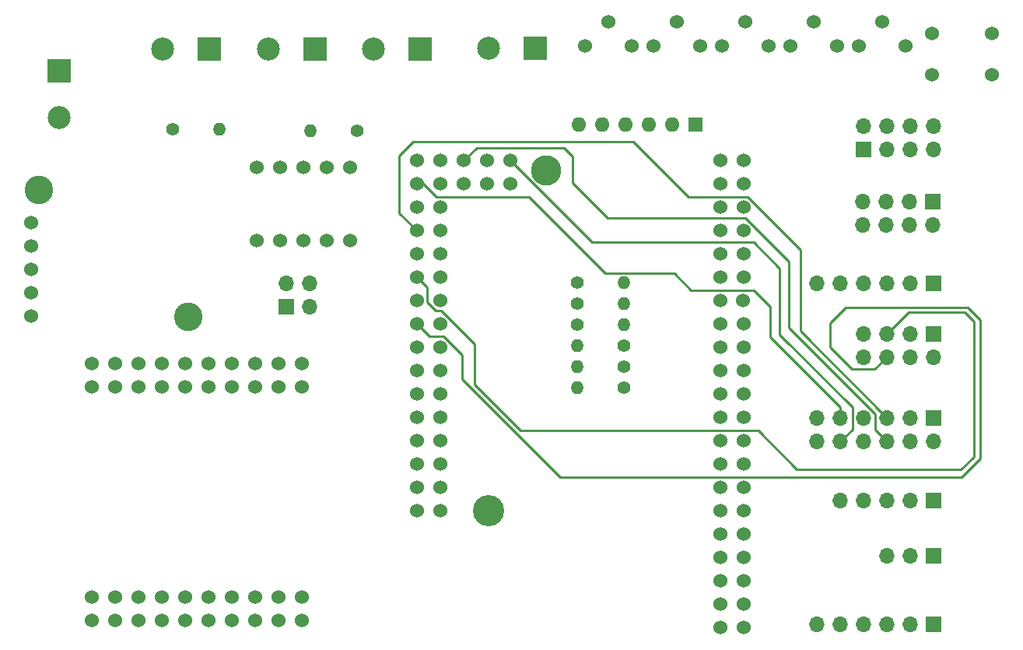
<source format=gbr>
%TF.GenerationSoftware,KiCad,Pcbnew,(6.0.0-0)*%
%TF.CreationDate,2022-02-22T22:18:13-05:00*%
%TF.ProjectId,LED_Controller_Without_Level_Shifter,4c45445f-436f-46e7-9472-6f6c6c65725f,1.0*%
%TF.SameCoordinates,Original*%
%TF.FileFunction,Copper,L3,Inr*%
%TF.FilePolarity,Positive*%
%FSLAX46Y46*%
G04 Gerber Fmt 4.6, Leading zero omitted, Abs format (unit mm)*
G04 Created by KiCad (PCBNEW (6.0.0-0)) date 2022-02-22 22:18:13*
%MOMM*%
%LPD*%
G01*
G04 APERTURE LIST*
%TA.AperFunction,ComponentPad*%
%ADD10C,1.524000*%
%TD*%
%TA.AperFunction,ComponentPad*%
%ADD11C,3.400000*%
%TD*%
%TA.AperFunction,ComponentPad*%
%ADD12C,3.300000*%
%TD*%
%TA.AperFunction,ComponentPad*%
%ADD13R,2.500000X2.500000*%
%TD*%
%TA.AperFunction,ComponentPad*%
%ADD14C,2.500000*%
%TD*%
%TA.AperFunction,ComponentPad*%
%ADD15R,1.700000X1.700000*%
%TD*%
%TA.AperFunction,ComponentPad*%
%ADD16O,1.700000X1.700000*%
%TD*%
%TA.AperFunction,ComponentPad*%
%ADD17C,1.400000*%
%TD*%
%TA.AperFunction,ComponentPad*%
%ADD18O,1.400000X1.400000*%
%TD*%
%TA.AperFunction,ComponentPad*%
%ADD19R,1.600000X1.600000*%
%TD*%
%TA.AperFunction,ComponentPad*%
%ADD20O,1.600000X1.600000*%
%TD*%
%TA.AperFunction,ComponentPad*%
%ADD21C,3.100000*%
%TD*%
%TA.AperFunction,Conductor*%
%ADD22C,0.250000*%
%TD*%
G04 APERTURE END LIST*
D10*
%TO.N,GND*%
%TO.C,RV5*%
X178452500Y-67935000D03*
%TO.N,TRIM4*%
X175912500Y-65325000D03*
%TO.N,+5V*%
X173372500Y-67935000D03*
%TD*%
%TO.N,unconnected-(U4-Pad75)*%
%TO.C,U4*%
X165770000Y-123550000D03*
%TO.N,unconnected-(U4-Pad74)*%
X168310000Y-123550000D03*
%TO.N,TX0*%
X165770000Y-118470000D03*
%TO.N,RX0*%
X168310000Y-118470000D03*
%TO.N,OE*%
X165770000Y-115930000D03*
%TO.N,DP_DATA_IN*%
X168310000Y-115930000D03*
%TO.N,DP_CLOCK*%
X165780000Y-113390000D03*
%TO.N,DP_LOAD*%
X168310000Y-113390000D03*
%TO.N,unconnected-(U4-Pad6)*%
X165770000Y-110850000D03*
%TO.N,unconnected-(U4-Pad7)*%
X168310000Y-110850000D03*
%TO.N,unconnected-(U4-Pad8)*%
X165770000Y-108310000D03*
%TO.N,unconnected-(U4-Pad9)*%
X168310000Y-108310000D03*
%TO.N,unconnected-(U4-Pad10)*%
X165770000Y-105770000D03*
%TO.N,unconnected-(U4-Pad11)*%
X168310000Y-105770000D03*
%TO.N,VU_STROBE*%
X165770000Y-103230000D03*
%TO.N,VU_RESET*%
X168310000Y-103230000D03*
%TO.N,unconnected-(U4-Pad14)*%
X165770000Y-100690000D03*
%TO.N,unconnected-(U4-Pad15)*%
X168310000Y-100690000D03*
%TO.N,LOGIC_2560_RX*%
X165770000Y-98150000D03*
%TO.N,LOGIC_2560_TX*%
X168310000Y-98150000D03*
%TO.N,TX1*%
X165780000Y-95610000D03*
%TO.N,RX1*%
X168230000Y-95610000D03*
%TO.N,SDA*%
X165780000Y-93070000D03*
%TO.N,SCL*%
X168310000Y-93070000D03*
%TO.N,unconnected-(U4-Pad22)*%
X165770000Y-90530000D03*
%TO.N,unconnected-(U4-Pad23)*%
X168310000Y-90530000D03*
%TO.N,unconnected-(U4-Pad24)*%
X165770000Y-87990000D03*
%TO.N,+5V*%
X168310000Y-131170000D03*
%TO.N,GND*%
X168310000Y-128630000D03*
D11*
%TO.N,N/C*%
X140530000Y-118470000D03*
D12*
X146820000Y-81440000D03*
D10*
%TO.N,unconnected-(U4-Pad25)*%
X168310000Y-87990000D03*
%TO.N,unconnected-(U4-Pad26)*%
X165770000Y-85450000D03*
%TO.N,unconnected-(U4-Pad27)*%
X168310000Y-85450000D03*
%TO.N,unconnected-(U4-Pad28)*%
X165770000Y-82910000D03*
%TO.N,unconnected-(U4-Pad29)*%
X168310000Y-82910000D03*
%TO.N,MAINT_DATA*%
X165770000Y-80370000D03*
%TO.N,unconnected-(U4-Pad31)*%
X168310000Y-80370000D03*
%TO.N,MAINT_CLOCK*%
X132750000Y-98150000D03*
%TO.N,unconnected-(U4-Pad33)*%
X135290000Y-98150000D03*
%TO.N,LDP_DATA*%
X132750000Y-95610000D03*
%TO.N,unconnected-(U4-Pad35)*%
X135290000Y-95610000D03*
%TO.N,LDP_CLOCK*%
X132750000Y-93070000D03*
%TO.N,unconnected-(U4-Pad37)*%
X135290000Y-93070000D03*
%TO.N,CS1_DATA*%
X132750000Y-90530000D03*
%TO.N,unconnected-(U4-Pad39)*%
X135290000Y-90530000D03*
%TO.N,CS1_CLOCK*%
X132750000Y-87990000D03*
%TO.N,unconnected-(U4-Pad41)*%
X135290000Y-87990000D03*
%TO.N,CS2_DATA*%
X132750000Y-85450000D03*
%TO.N,unconnected-(U4-Pad43)*%
X135290000Y-85450000D03*
%TO.N,CS2_CLOCK*%
X132750000Y-82910000D03*
%TO.N,JUMPER5*%
X135290000Y-82910000D03*
%TO.N,VU1_DATA*%
X132750000Y-80370000D03*
%TO.N,JUMPER4*%
X135290000Y-80370000D03*
%TO.N,VU1_CLOCK*%
X137840000Y-80370000D03*
%TO.N,JUMPER3*%
X137830000Y-82910000D03*
%TO.N,VU2_DATA*%
X140370000Y-80370000D03*
%TO.N,JUMPER2*%
X140370000Y-82910000D03*
%TO.N,VU2_CLOCK*%
X142910000Y-80370000D03*
%TO.N,JUMPER1*%
X142910000Y-82910000D03*
%TO.N,GND*%
X165770000Y-128630000D03*
%TO.N,+5V*%
X165770000Y-131170000D03*
%TO.N,unconnected-(U4-Pad72)*%
X165770000Y-126090000D03*
%TO.N,unconnected-(U4-Pad73)*%
X168310000Y-126090000D03*
%TO.N,unconnected-(U4-Pad104)*%
X165770000Y-121010000D03*
%TO.N,RESET*%
X168310000Y-121010000D03*
%TO.N,SPECTRUM_LEFT*%
X132750000Y-118470000D03*
%TO.N,SPECTRUM_RIGHT*%
X135290000Y-118470000D03*
%TO.N,TRIM1*%
X132750000Y-115930000D03*
%TO.N,TRIM2*%
X135290000Y-115930000D03*
%TO.N,TRIM3*%
X132750000Y-113390000D03*
%TO.N,TRIM4*%
X135290000Y-113390000D03*
%TO.N,TRIM5*%
X132750000Y-110850000D03*
%TO.N,BATTERY_LEVEL*%
X135290000Y-110850000D03*
%TO.N,EXT_MIC*%
X132750000Y-108310000D03*
%TO.N,unconnected-(U4-Pad209)*%
X135290000Y-108310000D03*
%TO.N,unconnected-(U4-Pad210)*%
X132750000Y-105770000D03*
%TO.N,unconnected-(U4-Pad211)*%
X135290000Y-105770000D03*
%TO.N,unconnected-(U4-Pad212)*%
X132750000Y-103230000D03*
%TO.N,unconnected-(U4-Pad213)*%
X135290000Y-103230000D03*
%TO.N,unconnected-(U4-Pad214)*%
X132750000Y-100690000D03*
%TO.N,unconnected-(U4-Pad215)*%
X135290000Y-100690000D03*
%TD*%
D13*
%TO.N,GND*%
%TO.C,J1*%
X93790000Y-70645000D03*
D14*
%TO.N,+12V*%
X93790000Y-75725000D03*
%TD*%
D13*
%TO.N,GND*%
%TO.C,J2*%
X110180000Y-68280000D03*
D14*
%TO.N,+5V*%
X105100000Y-68280000D03*
%TD*%
D13*
%TO.N,GND*%
%TO.C,J3*%
X133045000Y-68280000D03*
D14*
%TO.N,+5V*%
X127965000Y-68280000D03*
%TD*%
D13*
%TO.N,GND*%
%TO.C,J4*%
X121615000Y-68254000D03*
D14*
%TO.N,+5V*%
X116535000Y-68254000D03*
%TD*%
D15*
%TO.N,GND*%
%TO.C,J5*%
X188930000Y-99250000D03*
D16*
X188930000Y-101790000D03*
%TO.N,+5V*%
X186390000Y-99250000D03*
X186390000Y-101790000D03*
%TO.N,LDP_CLOCK*%
X183850000Y-99250000D03*
%TO.N,MAINT_CLOCK*%
X183850000Y-101790000D03*
%TO.N,/H-R1_LD*%
X181310000Y-99250000D03*
%TO.N,/H-R2-MD*%
X181310000Y-101790000D03*
%TD*%
D15*
%TO.N,GND*%
%TO.C,J6*%
X189000000Y-108380000D03*
D16*
X189000000Y-110920000D03*
%TO.N,+5V*%
X186460000Y-108380000D03*
X186460000Y-110920000D03*
%TO.N,CS1_CLOCK*%
X183920000Y-108380000D03*
%TO.N,VU1_CLOCK*%
X183920000Y-110920000D03*
%TO.N,/H-R3_C1D*%
X181380000Y-108380000D03*
%TO.N,/H-R4_V1D*%
X181380000Y-110920000D03*
%TO.N,CS2_CLOCK*%
X178840000Y-108380000D03*
%TO.N,VU2_CLOCK*%
X178840000Y-110920000D03*
%TO.N,/H-R5_C2D*%
X176300000Y-108380000D03*
%TO.N,/H-R6_V2D*%
X176300000Y-110920000D03*
%TD*%
D15*
%TO.N,GND*%
%TO.C,J7*%
X188976000Y-117334000D03*
D16*
%TO.N,+5V*%
X186436000Y-117334000D03*
%TO.N,DP_LOAD*%
X183896000Y-117334000D03*
%TO.N,DP_CLOCK*%
X181356000Y-117334000D03*
%TO.N,DP_DATA_IN*%
X178816000Y-117334000D03*
%TD*%
D15*
%TO.N,GND*%
%TO.C,J8*%
X188976000Y-130810000D03*
D16*
%TO.N,+5V*%
X186436000Y-130810000D03*
%TO.N,VU_STROBE*%
X183896000Y-130810000D03*
%TO.N,VU_RESET*%
X181356000Y-130810000D03*
%TO.N,SPECTRUM_LEFT*%
X178816000Y-130810000D03*
%TO.N,SPECTRUM_RIGHT*%
X176276000Y-130810000D03*
%TD*%
D15*
%TO.N,+5V*%
%TO.C,J9*%
X181320000Y-79145000D03*
D16*
X181320000Y-76605000D03*
%TO.N,GND*%
X183860000Y-79145000D03*
X183860000Y-76605000D03*
%TO.N,SCL*%
X186400000Y-79145000D03*
X186400000Y-76605000D03*
%TO.N,SDA*%
X188940000Y-79145000D03*
X188940000Y-76605000D03*
%TD*%
D15*
%TO.N,GND*%
%TO.C,J10*%
X188920000Y-84885000D03*
D16*
X188920000Y-87425000D03*
%TO.N,+5V*%
X186380000Y-84885000D03*
X186380000Y-87425000D03*
%TO.N,TX1*%
X183840000Y-84885000D03*
%TO.N,TX0*%
X183840000Y-87425000D03*
%TO.N,RX1*%
X181300000Y-84885000D03*
%TO.N,RX0*%
X181300000Y-87425000D03*
%TD*%
D15*
%TO.N,GND*%
%TO.C,J11*%
X188951000Y-93751000D03*
D16*
%TO.N,OE*%
X186411000Y-93751000D03*
%TO.N,SCL*%
X183871000Y-93751000D03*
%TO.N,SDA*%
X181331000Y-93751000D03*
%TO.N,+5V*%
X178791000Y-93751000D03*
X176251000Y-93751000D03*
%TD*%
D17*
%TO.N,/H-R2-MD*%
%TO.C,R2*%
X155290000Y-102822000D03*
D18*
%TO.N,MAINT_DATA*%
X150210000Y-102822000D03*
%TD*%
D17*
%TO.N,/H-R3_C1D*%
%TO.C,R3*%
X155290000Y-100534000D03*
D18*
%TO.N,CS1_DATA*%
X150210000Y-100534000D03*
%TD*%
D17*
%TO.N,CS2_DATA*%
%TO.C,R4*%
X150210000Y-98246000D03*
D18*
%TO.N,/H-R5_C2D*%
X155290000Y-98246000D03*
%TD*%
D17*
%TO.N,VU1_DATA*%
%TO.C,R5*%
X150210000Y-95958000D03*
D18*
%TO.N,/H-R4_V1D*%
X155290000Y-95958000D03*
%TD*%
D17*
%TO.N,VU2_DATA*%
%TO.C,R6*%
X150210000Y-93670000D03*
D18*
%TO.N,/H-R6_V2D*%
X155290000Y-93670000D03*
%TD*%
D19*
%TO.N,GND*%
%TO.C,RN1*%
X163068000Y-76454000D03*
D20*
%TO.N,JUMPER1*%
X160528000Y-76454000D03*
%TO.N,JUMPER2*%
X157988000Y-76454000D03*
%TO.N,JUMPER3*%
X155448000Y-76454000D03*
%TO.N,JUMPER4*%
X152908000Y-76454000D03*
%TO.N,JUMPER5*%
X150368000Y-76454000D03*
%TD*%
D10*
%TO.N,unconnected-(U1-Pad0)*%
%TO.C,U1*%
X90780000Y-87130000D03*
%TO.N,+12V*%
X90780000Y-89670000D03*
%TO.N,GND*%
X90780000Y-92210000D03*
%TO.N,N/C*%
X90780000Y-94750000D03*
%TO.N,GND*%
X90780000Y-97290000D03*
D21*
%TO.N,N/C*%
X91610000Y-83600000D03*
X107838800Y-97361200D03*
%TD*%
D10*
%TO.N,unconnected-(U2-Pad0)*%
%TO.C,U2*%
X105015400Y-130406600D03*
%TO.N,unconnected-(U2-Pad1)*%
X120205400Y-127866600D03*
%TO.N,unconnected-(U2-Pad2)*%
X102475400Y-130406600D03*
%TO.N,unconnected-(U2-Pad3)*%
X117715400Y-127866600D03*
%TO.N,unconnected-(U2-Pad4)*%
X107555400Y-130406600D03*
%TO.N,unconnected-(U2-Pad5)*%
X105015400Y-105000600D03*
%TO.N,unconnected-(U2-Pad18)*%
X112635400Y-105000600D03*
%TO.N,unconnected-(U2-Pad19)*%
X110095400Y-105000600D03*
%TO.N,unconnected-(U2-Pad21)*%
X112635400Y-127866600D03*
%TO.N,unconnected-(U2-Pad22)*%
X115175400Y-127866600D03*
%TO.N,unconnected-(U2-Pad23)*%
X107555400Y-105000600D03*
%TO.N,unconnected-(U2-Pad25)*%
X107555400Y-127866600D03*
%TO.N,unconnected-(U2-Pad26)*%
X115175400Y-105000600D03*
%TO.N,unconnected-(U2-Pad27)*%
X110095400Y-127866600D03*
%TO.N,unconnected-(U2-Pad32)*%
X112635400Y-130406600D03*
%TO.N,unconnected-(U2-Pad33)*%
X110095400Y-102460600D03*
%TO.N,unconnected-(U2-Pad34)*%
X107555400Y-102460600D03*
%TO.N,unconnected-(U2-Pad35)*%
X112635400Y-102460600D03*
%TO.N,unconnected-(U2-Pad39)*%
X115175400Y-102460600D03*
%TO.N,GND*%
X105015400Y-127866600D03*
X120255400Y-130406600D03*
X120255400Y-102460600D03*
%TO.N,+5V*%
X102475400Y-127866600D03*
%TO.N,3.3V*%
X102475400Y-105000600D03*
%TO.N,unconnected-(U2-Pad80)*%
X99935400Y-127866600D03*
%TO.N,unconnected-(U2-Pad81)*%
X97395400Y-127866600D03*
%TO.N,unconnected-(U2-Pad82)*%
X110095400Y-130406600D03*
%TO.N,unconnected-(U2-Pad83)*%
X99935400Y-130406600D03*
%TO.N,unconnected-(U2-Pad84)*%
X97395400Y-130406600D03*
%TO.N,unconnected-(U2-Pad85)*%
X120255400Y-105000600D03*
%TO.N,unconnected-(U2-Pad86)*%
X117715400Y-105000600D03*
%TO.N,unconnected-(U2-Pad87)*%
X99935400Y-105000600D03*
%TO.N,unconnected-(U2-Pad88)*%
X97395400Y-105000600D03*
%TO.N,unconnected-(U2-Pad89)*%
X117715400Y-102460600D03*
%TO.N,unconnected-(U2-Pad90)*%
X105015400Y-102460600D03*
%TO.N,unconnected-(U2-Pad91)*%
X102475400Y-102460600D03*
%TO.N,unconnected-(U2-Pad92)*%
X99935400Y-102460600D03*
%TO.N,unconnected-(U2-Pad93)*%
X97395400Y-102460600D03*
%TO.N,ESP_LOGIC_RX*%
X115175400Y-130406600D03*
%TO.N,ESP_LOGIC_TX*%
X117715400Y-130406600D03*
%TD*%
D17*
%TO.N,/H-R1_LD*%
%TO.C,R1*%
X155290000Y-105110000D03*
D18*
%TO.N,LDP_DATA*%
X150210000Y-105110000D03*
%TD*%
D10*
%TO.N,JUMPER5*%
%TO.C,SW1*%
X125476000Y-89091000D03*
%TO.N,JUMPER4*%
X122936000Y-89091000D03*
%TO.N,JUMPER3*%
X120396000Y-89091000D03*
%TO.N,JUMPER2*%
X117856000Y-89091000D03*
%TO.N,JUMPER1*%
X115316000Y-89091000D03*
%TO.N,+5V*%
X115316000Y-81089000D03*
X117856000Y-81089000D03*
X120396000Y-81089000D03*
X122936000Y-81089000D03*
X125476000Y-81089000D03*
%TD*%
%TO.N,GND*%
%TO.C,SW2*%
X188820000Y-71020000D03*
%TO.N,RESET*%
X188820000Y-66520000D03*
%TO.N,GND*%
X195320000Y-71020000D03*
%TO.N,RESET*%
X195320000Y-66520000D03*
%TD*%
%TO.N,GND*%
%TO.C,RV1*%
X156140000Y-67935000D03*
%TO.N,TRIM1*%
X153600000Y-65325000D03*
%TO.N,+5V*%
X151060000Y-67935000D03*
%TD*%
%TO.N,GND*%
%TO.C,RV2*%
X171015000Y-67935000D03*
%TO.N,TRIM3*%
X168475000Y-65325000D03*
%TO.N,+5V*%
X165935000Y-67935000D03*
%TD*%
%TO.N,GND*%
%TO.C,RV3*%
X185890000Y-67935000D03*
%TO.N,TRIM5*%
X183350000Y-65325000D03*
%TO.N,+5V*%
X180810000Y-67935000D03*
%TD*%
%TO.N,GND*%
%TO.C,RV4*%
X163577500Y-67935000D03*
%TO.N,TRIM2*%
X161037500Y-65325000D03*
%TO.N,+5V*%
X158497500Y-67935000D03*
%TD*%
D15*
%TO.N,ESP_LOGIC_RX*%
%TO.C,J13*%
X118545000Y-96315000D03*
D16*
%TO.N,ESP_LOGIC_TX*%
X118545000Y-93775000D03*
%TO.N,LOGIC_2560_RX*%
X121085000Y-96315000D03*
%TO.N,LOGIC_2560_TX*%
X121085000Y-93775000D03*
%TD*%
D15*
%TO.N,GND*%
%TO.C,J13*%
X188975000Y-123340000D03*
D16*
%TO.N,+5V*%
X186435000Y-123340000D03*
%TO.N,EXT_MIC*%
X183895000Y-123340000D03*
%TD*%
D17*
%TO.N,BATTERY_LEVEL*%
%TO.C,R7*%
X106172000Y-76962000D03*
D18*
%TO.N,POS*%
X111252000Y-76962000D03*
%TD*%
D17*
%TO.N,NEG*%
%TO.C,R8*%
X126238000Y-77140000D03*
D18*
%TO.N,BATTERY_LEVEL*%
X121158000Y-77140000D03*
%TD*%
D13*
%TO.N,POS*%
%TO.C,J12*%
X145625000Y-68170000D03*
D14*
%TO.N,NEG*%
X140545000Y-68170000D03*
%TD*%
D22*
%TO.N,MAINT_CLOCK*%
X183850000Y-101790000D02*
X182560000Y-103080000D01*
X180080000Y-103080000D02*
X177710000Y-100710000D01*
X137690000Y-101553440D02*
X135666560Y-99530000D01*
X177710000Y-100710000D02*
X177710000Y-98080000D01*
X137690000Y-104190000D02*
X137690000Y-101553440D01*
X182560000Y-103080000D02*
X180080000Y-103080000D01*
X192660000Y-96350000D02*
X194050000Y-97740000D01*
X194050000Y-112820000D02*
X192026511Y-114843489D01*
X194050000Y-97740000D02*
X194050000Y-112820000D01*
X179440000Y-96350000D02*
X192660000Y-96350000D01*
X192026511Y-114843489D02*
X148343489Y-114843489D01*
X135666560Y-99530000D02*
X134130000Y-99530000D01*
X148343489Y-114843489D02*
X137690000Y-104190000D01*
X177710000Y-98080000D02*
X179440000Y-96350000D01*
X134130000Y-99530000D02*
X132750000Y-98150000D01*
%TO.N,LDP_CLOCK*%
X191960000Y-113970000D02*
X174080000Y-113970000D01*
X193350000Y-97880000D02*
X193350000Y-112580000D01*
X192320000Y-96850000D02*
X193350000Y-97880000D01*
X193350000Y-112580000D02*
X191960000Y-113970000D01*
X186250000Y-96850000D02*
X192320000Y-96850000D01*
X183850000Y-99250000D02*
X186250000Y-96850000D01*
X169873489Y-109763489D02*
X144023489Y-109763489D01*
X174080000Y-113970000D02*
X169873489Y-109763489D01*
X139030000Y-104770000D02*
X139030000Y-100353440D01*
X144023489Y-109763489D02*
X139030000Y-104770000D01*
X139030000Y-100353440D02*
X135373071Y-96696511D01*
X135373071Y-96696511D02*
X134803022Y-96696511D01*
X134803022Y-96696511D02*
X133836511Y-95730000D01*
X133836511Y-95730000D02*
X133836511Y-94156511D01*
X133836511Y-94156511D02*
X132750000Y-93070000D01*
%TO.N,CS2_CLOCK*%
X132750000Y-82910000D02*
X133386462Y-82910000D01*
X134839951Y-84363489D02*
X144963489Y-84363489D01*
X169390000Y-94460000D02*
X171196000Y-96266000D01*
X171196000Y-96266000D02*
X171196000Y-99568000D01*
X153216511Y-92616511D02*
X160746511Y-92616511D01*
X144963489Y-84363489D02*
X153216511Y-92616511D01*
X133386462Y-82910000D02*
X134839951Y-84363489D01*
X160746511Y-92616511D02*
X162590000Y-94460000D01*
X162590000Y-94460000D02*
X169390000Y-94460000D01*
X171196000Y-99568000D02*
X178840000Y-107212000D01*
X178840000Y-107212000D02*
X178840000Y-108380000D01*
%TO.N,CS1_CLOCK*%
X132750000Y-87990000D02*
X130840000Y-86080000D01*
X130840000Y-86080000D02*
X130840000Y-79840000D01*
X130840000Y-79840000D02*
X132340000Y-78340000D01*
X132340000Y-78340000D02*
X156300000Y-78340000D01*
X156300000Y-78340000D02*
X162260000Y-84300000D01*
X162260000Y-84300000D02*
X168696560Y-84300000D01*
X168696560Y-84300000D02*
X174470000Y-90073440D01*
X174470000Y-90073440D02*
X174470000Y-98930000D01*
X174470000Y-98930000D02*
X183920000Y-108380000D01*
%TO.N,VU2_CLOCK*%
X142910000Y-80370000D02*
X151820000Y-89280000D01*
X151820000Y-89280000D02*
X169400000Y-89280000D01*
X169400000Y-89280000D02*
X172212000Y-92092000D01*
X172212000Y-92092000D02*
X172212000Y-99314000D01*
X172212000Y-99314000D02*
X180120000Y-107222000D01*
X180120000Y-107222000D02*
X180120000Y-109640000D01*
X180120000Y-109640000D02*
X178840000Y-110920000D01*
%TO.N,VU1_CLOCK*%
X153480000Y-86630000D02*
X168486560Y-86630000D01*
X149640000Y-82790000D02*
X149640000Y-79910000D01*
X153480000Y-86630000D02*
X149640000Y-82790000D01*
X149640000Y-79910000D02*
X148710000Y-78980000D01*
X148710000Y-78980000D02*
X139230000Y-78980000D01*
X139230000Y-78980000D02*
X137840000Y-80370000D01*
X168486560Y-86630000D02*
X173228000Y-91371440D01*
X173228000Y-91371440D02*
X173228000Y-98566990D01*
X173228000Y-98566990D02*
X182630000Y-107968990D01*
X182630000Y-107968990D02*
X182630000Y-109630000D01*
X182630000Y-109630000D02*
X183920000Y-110920000D01*
%TD*%
M02*

</source>
